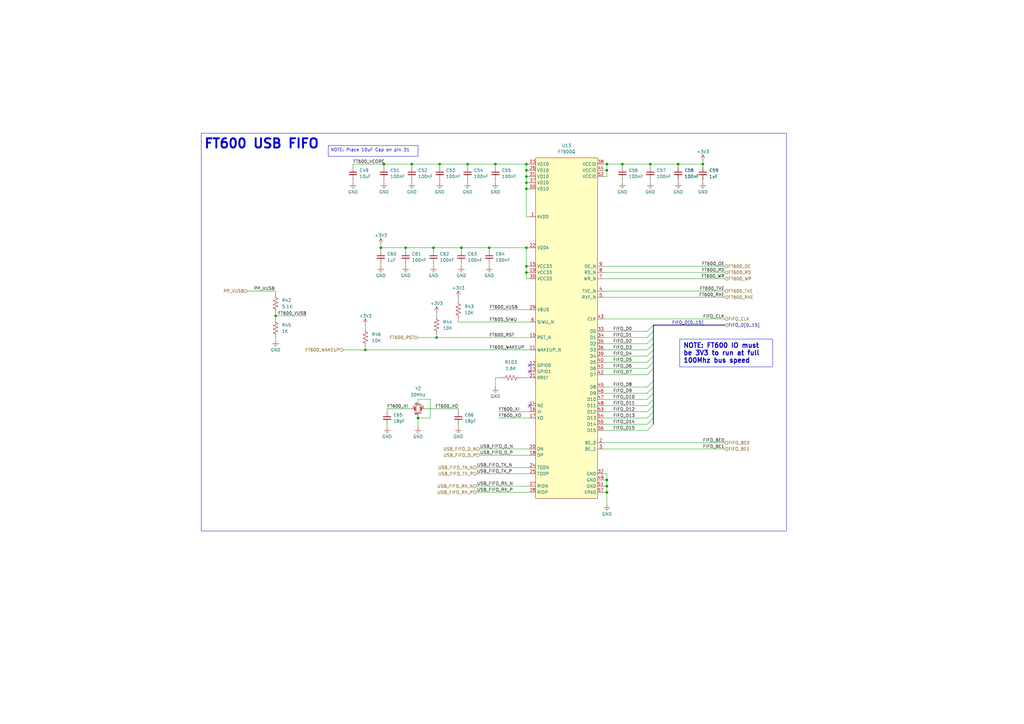
<source format=kicad_sch>
(kicad_sch (version 20231120) (generator "eeschema") (generator_version "8.0")
  (paper "A3")
  (title_block (title "USB-FIFO") (date "2024-07-14") (rev "1.0") (company "Drexel University") (comment 1 "Designed by John Hofmeyr"))
  (lib_symbols
    (symbol "Device:C_Small" (pin_numbers hide) (pin_names (offset 0.254) hide)
      (property "Reference" "C" (at 0.254 1.778 0))
      (property "Value" "C_Small" (at 0.254 -2.032 0))
      (symbol "C_Small_0_1"
        (polyline (pts (xy -1.524 -0.508) (xy 1.524 -0.508)) (stroke (width 0.3302)))
        (polyline (pts (xy -1.524 0.508) (xy 1.524 0.508)) (stroke (width 0.3048)))
      )
      (symbol "C_Small_1_1"
        (pin passive line (at 0 2.54 270) (length 2.032) (name "~") (number "1"))
        (pin passive line (at 0 -2.54 90) (length 2.032) (name "~") (number "2"))
      )
    )
    (symbol "Device:Crystal_GND24_Small" (pin_names (offset 1.016) hide)
      (property "Reference" "Y" (at 1.27 4.445 0))
      (property "Value" "Crystal_GND24_Small" (at 1.27 2.54 0))
      (symbol "Crystal_GND24_Small_0_1"
        (rectangle (start -0.762 -1.524) (end 0.762 1.524))
        (polyline (pts (xy -1.27 -0.762) (xy -1.27 0.762)) (stroke (width 0.381)))
        (polyline (pts (xy 1.27 -0.762) (xy 1.27 0.762)) (stroke (width 0.381)))
        (polyline (pts (xy -1.27 -1.27) (xy -1.27 -1.905) (xy 1.27 -1.905) (xy 1.27 -1.27)))
        (polyline (pts (xy -1.27 1.27) (xy -1.27 1.905) (xy 1.27 1.905) (xy 1.27 1.27)))
      )
      (symbol "Crystal_GND24_Small_1_1"
        (pin passive line (at -2.54 0 0) (length 1.27) (name "1") (number "1"))
        (pin passive line (at 0 -2.54 90) (length 0.635) (name "2") (number "2"))
        (pin passive line (at 2.54 0 180) (length 1.27) (name "3") (number "3"))
        (pin passive line (at 0 2.54 270) (length 0.635) (name "4") (number "4"))
      )
    )
    (symbol "Device:R_US" (pin_numbers hide) (pin_names (offset 0))
      (property "Reference" "R" (at 2.54 0 90))
      (property "Value" "R_US" (at -2.54 0 90))
      (symbol "R_US_0_1"
        (polyline (pts (xy 0 -2.286) (xy 0 -2.54)))
        (polyline (pts (xy 0 2.286) (xy 0 2.54)))
        (polyline (pts (xy 0 -0.762) (xy 1.016 -1.143) (xy 0 -1.524) (xy -1.016 -1.905) (xy 0 -2.286)))
        (polyline (pts (xy 0 0.762) (xy 1.016 0.381) (xy 0 0) (xy -1.016 -0.381) (xy 0 -0.762)))
        (polyline (pts (xy 0 2.286) (xy 1.016 1.905) (xy 0 1.524) (xy -1.016 1.143) (xy 0 0.762)))
      )
      (symbol "R_US_1_1"
        (pin passive line (at 0 3.81 270) (length 1.27) (name "~") (number "1"))
        (pin passive line (at 0 -3.81 90) (length 1.27) (name "~") (number "2"))
      )
    )
    (symbol "IO_Module:FT600Q"
      (property "Reference" "U" (at 12.7 3.81 0))
      (property "Value" "FT600Q" (at 12.7 1.27 0))
      (symbol "FT600Q_1_1"
        (rectangle (start 0 0) (end 25.4 -139.7) (fill (type background)))
        (pin passive line (at -2.54 -24.13 0) (length 2.54) (name "AVDD") (number "1"))
        (pin passive line (at -2.54 -73.66 0) (length 2.54) (name "RST_N") (number "10"))
        (pin passive line (at -2.54 -78.74 0) (length 2.54) (name "WAKEUP_N") (number "11"))
        (pin passive line (at -2.54 -85.09 0) (length 2.54) (name "GPIO0") (number "12"))
        (pin passive line (at -2.54 -87.63 0) (length 2.54) (name "GPIO1") (number "13"))
        (pin passive line (at -2.54 -101.6 0) (length 2.54) (name "NC") (number "14"))
        (pin passive line (at -2.54 -44.45 0) (length 2.54) (name "VCC33") (number "15"))
        (pin passive line (at -2.54 -104.14 0) (length 2.54) (name "XI") (number "16"))
        (pin passive line (at -2.54 -106.68 0) (length 2.54) (name "XO") (number "17"))
        (pin passive line (at -2.54 -121.92 0) (length 2.54) (name "DP") (number "18"))
        (pin passive line (at -2.54 -46.99 0) (length 2.54) (name "VCC33") (number "19"))
        (pin passive line (at 27.94 -116.84 180) (length 2.54) (name "BE_0") (number "2"))
        (pin passive line (at -2.54 -119.38 0) (length 2.54) (name "DN") (number "20"))
        (pin passive line (at -2.54 -90.17 0) (length 2.54) (name "RREF") (number "21"))
        (pin passive line (at -2.54 -36.83 0) (length 2.54) (name "VDDA") (number "22"))
        (pin passive line (at -2.54 -2.54 0) (length 2.54) (name "VD10") (number "23"))
        (pin passive line (at -2.54 -127 0) (length 2.54) (name "TODN") (number "24"))
        (pin passive line (at -2.54 -129.54 0) (length 2.54) (name "TODP") (number "25"))
        (pin passive line (at -2.54 -5.08 0) (length 2.54) (name "VD10") (number "26"))
        (pin passive line (at -2.54 -134.62 0) (length 2.54) (name "RIDN") (number "27"))
        (pin passive line (at -2.54 -137.16 0) (length 2.54) (name "RIDP") (number "28"))
        (pin passive line (at -2.54 -62.23 0) (length 2.54) (name "VBUS") (number "29"))
        (pin passive line (at 27.94 -119.38 180) (length 2.54) (name "BE_1") (number "3"))
        (pin passive line (at -2.54 -49.53 0) (length 2.54) (name "VCC33") (number "30"))
        (pin passive line (at -2.54 -7.62 0) (length 2.54) (name "VD10") (number "31"))
        (pin passive line (at 27.94 -129.54 180) (length 2.54) (name "GND") (number "32"))
        (pin passive line (at 27.94 -71.12 180) (length 2.54) (name "D0") (number "33"))
        (pin passive line (at 27.94 -73.66 180) (length 2.54) (name "D1") (number "34"))
        (pin passive line (at 27.94 -76.2 180) (length 2.54) (name "D2") (number "35"))
        (pin passive line (at 27.94 -78.74 180) (length 2.54) (name "D3") (number "36"))
        (pin passive line (at -2.54 -10.16 0) (length 2.54) (name "VD10") (number "37"))
        (pin passive line (at 27.94 -2.54 180) (length 2.54) (name "VCCIO") (number "38"))
        (pin passive line (at 27.94 -81.28 180) (length 2.54) (name "D4") (number "39"))
        (pin passive line (at 27.94 -54.61 180) (length 2.54) (name "TXE_N") (number "4"))
        (pin passive line (at 27.94 -83.82 180) (length 2.54) (name "D5") (number "40"))
        (pin passive line (at 27.94 -86.36 180) (length 2.54) (name "D6") (number "41"))
        (pin passive line (at 27.94 -88.9 180) (length 2.54) (name "D7") (number "42"))
        (pin passive line (at 27.94 -66.04 180) (length 2.54) (name "CLK") (number "43"))
        (pin passive line (at 27.94 -5.08 180) (length 2.54) (name "VCCIO") (number "44"))
        (pin passive line (at 27.94 -93.98 180) (length 2.54) (name "D8") (number "45"))
        (pin passive line (at 27.94 -96.52 180) (length 2.54) (name "D9") (number "46"))
        (pin passive line (at 27.94 -99.06 180) (length 2.54) (name "D10") (number "47"))
        (pin passive line (at 27.94 -101.6 180) (length 2.54) (name "D11") (number "48"))
        (pin passive line (at 27.94 -132.08 180) (length 2.54) (name "GND") (number "49"))
        (pin passive line (at 27.94 -57.15 180) (length 2.54) (name "RXF_N") (number "5"))
        (pin passive line (at -2.54 -12.7 0) (length 2.54) (name "VD10") (number "50"))
        (pin passive line (at 27.94 -134.62 180) (length 2.54) (name "GND") (number "51"))
        (pin passive line (at 27.94 -7.62 180) (length 2.54) (name "VCCIO") (number "52"))
        (pin passive line (at 27.94 -104.14 180) (length 2.54) (name "D12") (number "53"))
        (pin passive line (at 27.94 -106.68 180) (length 2.54) (name "D13") (number "54"))
        (pin passive line (at 27.94 -109.22 180) (length 2.54) (name "D14") (number "55"))
        (pin passive line (at 27.94 -111.76 180) (length 2.54) (name "D15") (number "56"))
        (pin passive line (at 27.94 -137.16 180) (length 2.54) (name "EPAD") (number "57"))
        (pin passive line (at -2.54 -67.31 0) (length 2.54) (name "SIWU_N") (number "6"))
        (pin passive line (at 27.94 -49.53 180) (length 2.54) (name "WR_N") (number "7"))
        (pin passive line (at 27.94 -46.99 180) (length 2.54) (name "RD_N") (number "8"))
        (pin passive line (at 27.94 -44.45 180) (length 2.54) (name "OE_N") (number "9"))
      )
    )
    (symbol "power:+3V3" (power) (pin_numbers hide) (pin_names (offset 0) hide)
      (property "Value" "+3V3" (at 0 3.556 0))
      (symbol "+3V3_0_1"
        (polyline (pts (xy -0.762 1.27) (xy 0 2.54)))
        (polyline (pts (xy 0 0) (xy 0 2.54)))
        (polyline (pts (xy 0 2.54) (xy 0.762 1.27)))
      )
      (symbol "+3V3_1_1"
        (pin power_in line (at 0 0 90) (length 0) (name "~") (number "1"))
      )
    )
    (symbol "power:GND" (power) (pin_numbers hide) (pin_names (offset 0) hide)
      (property "Value" "GND" (at 0 -3.81 0))
      (symbol "GND_0_1"
        (polyline (pts (xy -0.635 -1.905) (xy 0.635 -1.905)))
        (polyline (pts (xy -0.127 -2.54) (xy 0.127 -2.54)))
        (polyline (pts (xy 0 -1.27) (xy 0 0)))
        (polyline (pts (xy 1.27 -1.27) (xy -1.27 -1.27)))
      )
      (symbol "GND_1_1"
        (pin power_in line (at 0 0 270) (length 0) (name "~") (number "1"))
      )
    )
  )
  (junction (at 191.77 67.31))
  (junction (at 166.37 101.6))
  (junction (at 113.03 129.54))
  (junction (at 215.9 77.47))
  (junction (at 248.92 196.85))
  (junction (at 215.9 69.85))
  (junction (at 215.9 74.93))
  (junction (at 288.29 67.31))
  (junction (at 215.9 67.31))
  (junction (at 168.91 67.31))
  (junction (at 248.92 69.85))
  (junction (at 157.48 67.31))
  (junction (at 248.92 201.93))
  (junction (at 215.9 111.76))
  (junction (at 179.07 138.43))
  (junction (at 248.92 199.39))
  (junction (at 180.34 67.31))
  (junction (at 215.9 72.39))
  (junction (at 278.13 67.31))
  (junction (at 203.2 67.31))
  (junction (at 248.92 67.31))
  (junction (at 215.9 109.22))
  (junction (at 266.7 67.31))
  (junction (at 255.27 67.31))
  (junction (at 200.66 101.6))
  (junction (at 171.45 171.45))
  (junction (at 156.21 101.6))
  (junction (at 149.86 143.51))
  (junction (at 215.9 101.6))
  (junction (at 189.23 101.6))
  (junction (at 177.8 101.6))
  (no_connect (at 217.17 149.86))
  (no_connect (at 217.17 166.37))
  (no_connect (at 217.17 152.4))
  (bus_entry (at 265.43 135.89) (size 2.54 -2.54))
  (bus_entry (at 265.43 146.05) (size 2.54 -2.54))
  (bus_entry (at 265.43 138.43) (size 2.54 -2.54))
  (bus_entry (at 265.43 166.37) (size 2.54 -2.54))
  (bus_entry (at 265.43 158.75) (size 2.54 -2.54))
  (bus_entry (at 265.43 143.51) (size 2.54 -2.54))
  (bus_entry (at 265.43 176.53) (size 2.54 -2.54))
  (bus_entry (at 265.43 148.59) (size 2.54 -2.54))
  (bus_entry (at 265.43 161.29) (size 2.54 -2.54))
  (bus_entry (at 265.43 153.67) (size 2.54 -2.54))
  (bus_entry (at 265.43 151.13) (size 2.54 -2.54))
  (bus_entry (at 265.43 168.91) (size 2.54 -2.54))
  (bus_entry (at 265.43 140.97) (size 2.54 -2.54))
  (bus_entry (at 265.43 171.45) (size 2.54 -2.54))
  (bus_entry (at 265.43 173.99) (size 2.54 -2.54))
  (bus_entry (at 265.43 163.83) (size 2.54 -2.54))
  (wire (pts (xy 248.92 201.93) (xy 247.65 201.93)))
  (bus (pts (xy 267.97 148.59) (xy 267.97 146.05)))
  (wire (pts (xy 247.65 176.53) (xy 265.43 176.53)))
  (wire (pts (xy 158.75 173.99) (xy 158.75 175.26)))
  (wire (pts (xy 247.65 119.38) (xy 297.18 119.38)))
  (wire (pts (xy 215.9 109.22) (xy 215.9 111.76)))
  (wire (pts (xy 187.96 132.08) (xy 217.17 132.08)))
  (bus (pts (xy 267.97 161.29) (xy 267.97 158.75)))
  (wire (pts (xy 255.27 73.66) (xy 255.27 74.93)))
  (wire (pts (xy 191.77 67.31) (xy 203.2 67.31)))
  (wire (pts (xy 177.8 101.6) (xy 189.23 101.6)))
  (wire (pts (xy 171.45 165.1) (xy 171.45 163.83)))
  (bus (pts (xy 267.97 173.99) (xy 267.97 171.45)))
  (wire (pts (xy 158.75 167.64) (xy 168.91 167.64)))
  (wire (pts (xy 180.34 73.66) (xy 180.34 74.93)))
  (wire (pts (xy 113.03 138.43) (xy 113.03 139.7)))
  (wire (pts (xy 203.2 154.94) (xy 203.2 158.75)))
  (wire (pts (xy 200.66 127) (xy 217.17 127)))
  (wire (pts (xy 171.45 163.83) (xy 176.53 163.83)))
  (wire (pts (xy 215.9 111.76) (xy 215.9 114.3)))
  (wire (pts (xy 179.07 128.27) (xy 179.07 129.54)))
  (wire (pts (xy 247.65 130.81) (xy 297.18 130.81)))
  (wire (pts (xy 179.07 138.43) (xy 217.17 138.43)))
  (wire (pts (xy 101.6 119.38) (xy 113.03 119.38)))
  (wire (pts (xy 168.91 73.66) (xy 168.91 74.93)))
  (wire (pts (xy 187.96 121.92) (xy 187.96 123.19)))
  (wire (pts (xy 266.7 73.66) (xy 266.7 74.93)))
  (wire (pts (xy 247.65 158.75) (xy 265.43 158.75)))
  (wire (pts (xy 248.92 199.39) (xy 247.65 199.39)))
  (wire (pts (xy 278.13 73.66) (xy 278.13 74.93)))
  (wire (pts (xy 247.65 121.92) (xy 297.18 121.92)))
  (bus (pts (xy 267.97 146.05) (xy 267.97 143.51)))
  (wire (pts (xy 203.2 68.58) (xy 203.2 67.31)))
  (wire (pts (xy 247.65 140.97) (xy 265.43 140.97)))
  (bus (pts (xy 267.97 143.51) (xy 267.97 140.97)))
  (wire (pts (xy 266.7 67.31) (xy 278.13 67.31)))
  (wire (pts (xy 168.91 67.31) (xy 180.34 67.31)))
  (wire (pts (xy 149.86 143.51) (xy 217.17 143.51)))
  (wire (pts (xy 247.65 151.13) (xy 265.43 151.13)))
  (bus (pts (xy 267.97 135.89) (xy 267.97 133.35)))
  (wire (pts (xy 247.65 146.05) (xy 265.43 146.05)))
  (wire (pts (xy 217.17 88.9) (xy 215.9 88.9)))
  (wire (pts (xy 149.86 133.35) (xy 149.86 134.62)))
  (wire (pts (xy 157.48 67.31) (xy 168.91 67.31)))
  (wire (pts (xy 248.92 199.39) (xy 248.92 201.93)))
  (wire (pts (xy 247.65 138.43) (xy 265.43 138.43)))
  (wire (pts (xy 168.91 68.58) (xy 168.91 67.31)))
  (wire (pts (xy 195.58 199.39) (xy 217.17 199.39)))
  (wire (pts (xy 113.03 129.54) (xy 125.73 129.54)))
  (wire (pts (xy 113.03 129.54) (xy 113.03 130.81)))
  (wire (pts (xy 215.9 74.93) (xy 215.9 77.47)))
  (wire (pts (xy 187.96 167.64) (xy 187.96 168.91)))
  (wire (pts (xy 179.07 138.43) (xy 179.07 137.16)))
  (bus (pts (xy 267.97 163.83) (xy 267.97 161.29)))
  (wire (pts (xy 215.9 72.39) (xy 215.9 74.93)))
  (wire (pts (xy 278.13 67.31) (xy 288.29 67.31)))
  (wire (pts (xy 113.03 120.65) (xy 113.03 119.38)))
  (wire (pts (xy 248.92 67.31) (xy 255.27 67.31)))
  (wire (pts (xy 247.65 184.15) (xy 297.18 184.15)))
  (wire (pts (xy 156.21 100.33) (xy 156.21 101.6)))
  (bus (pts (xy 267.97 138.43) (xy 267.97 135.89)))
  (wire (pts (xy 189.23 101.6) (xy 200.66 101.6)))
  (wire (pts (xy 288.29 68.58) (xy 288.29 67.31)))
  (wire (pts (xy 187.96 173.99) (xy 187.96 175.26)))
  (wire (pts (xy 248.92 72.39) (xy 247.65 72.39)))
  (wire (pts (xy 247.65 171.45) (xy 265.43 171.45)))
  (wire (pts (xy 288.29 73.66) (xy 288.29 74.93)))
  (wire (pts (xy 215.9 109.22) (xy 215.9 101.6)))
  (wire (pts (xy 278.13 68.58) (xy 278.13 67.31)))
  (wire (pts (xy 177.8 102.87) (xy 177.8 101.6)))
  (wire (pts (xy 217.17 184.15) (xy 196.85 184.15)))
  (wire (pts (xy 247.65 143.51) (xy 265.43 143.51)))
  (wire (pts (xy 144.78 67.31) (xy 157.48 67.31)))
  (wire (pts (xy 204.47 171.45) (xy 217.17 171.45)))
  (wire (pts (xy 203.2 67.31) (xy 215.9 67.31)))
  (wire (pts (xy 200.66 107.95) (xy 200.66 109.22)))
  (wire (pts (xy 247.65 148.59) (xy 265.43 148.59)))
  (wire (pts (xy 288.29 66.04) (xy 288.29 67.31)))
  (wire (pts (xy 166.37 107.95) (xy 166.37 109.22)))
  (wire (pts (xy 187.96 132.08) (xy 187.96 130.81)))
  (bus (pts (xy 267.97 156.21) (xy 267.97 151.13)))
  (wire (pts (xy 248.92 196.85) (xy 247.65 196.85)))
  (wire (pts (xy 248.92 69.85) (xy 248.92 72.39)))
  (bus (pts (xy 267.97 151.13) (xy 267.97 148.59)))
  (wire (pts (xy 215.9 69.85) (xy 217.17 69.85)))
  (wire (pts (xy 166.37 101.6) (xy 177.8 101.6)))
  (wire (pts (xy 215.9 88.9) (xy 215.9 77.47)))
  (bus (pts (xy 267.97 133.35) (xy 297.18 133.35)))
  (wire (pts (xy 247.65 173.99) (xy 265.43 173.99)))
  (wire (pts (xy 157.48 68.58) (xy 157.48 67.31)))
  (wire (pts (xy 158.75 167.64) (xy 158.75 168.91)))
  (wire (pts (xy 173.99 167.64) (xy 187.96 167.64)))
  (wire (pts (xy 247.65 153.67) (xy 265.43 153.67)))
  (wire (pts (xy 247.65 109.22) (xy 297.18 109.22)))
  (wire (pts (xy 247.65 114.3) (xy 297.18 114.3)))
  (wire (pts (xy 166.37 102.87) (xy 166.37 101.6)))
  (wire (pts (xy 247.65 181.61) (xy 297.18 181.61)))
  (wire (pts (xy 247.65 135.89) (xy 265.43 135.89)))
  (wire (pts (xy 171.45 171.45) (xy 171.45 170.18)))
  (wire (pts (xy 140.97 143.51) (xy 149.86 143.51)))
  (wire (pts (xy 215.9 77.47) (xy 217.17 77.47)))
  (wire (pts (xy 171.45 138.43) (xy 179.07 138.43)))
  (wire (pts (xy 248.92 67.31) (xy 247.65 67.31)))
  (wire (pts (xy 248.92 201.93) (xy 248.92 207.01)))
  (bus (pts (xy 267.97 140.97) (xy 267.97 138.43)))
  (wire (pts (xy 144.78 73.66) (xy 144.78 74.93)))
  (wire (pts (xy 248.92 194.31) (xy 248.92 196.85)))
  (wire (pts (xy 180.34 68.58) (xy 180.34 67.31)))
  (wire (pts (xy 156.21 107.95) (xy 156.21 109.22)))
  (wire (pts (xy 149.86 143.51) (xy 149.86 142.24)))
  (wire (pts (xy 144.78 68.58) (xy 144.78 67.31)))
  (wire (pts (xy 191.77 68.58) (xy 191.77 67.31)))
  (wire (pts (xy 215.9 74.93) (xy 217.17 74.93)))
  (wire (pts (xy 255.27 67.31) (xy 266.7 67.31)))
  (wire (pts (xy 157.48 73.66) (xy 157.48 74.93)))
  (wire (pts (xy 176.53 171.45) (xy 171.45 171.45)))
  (wire (pts (xy 156.21 101.6) (xy 166.37 101.6)))
  (wire (pts (xy 171.45 171.45) (xy 171.45 175.26)))
  (wire (pts (xy 189.23 107.95) (xy 189.23 109.22)))
  (wire (pts (xy 247.65 161.29) (xy 265.43 161.29)))
  (wire (pts (xy 215.9 67.31) (xy 215.9 69.85)))
  (wire (pts (xy 176.53 163.83) (xy 176.53 171.45)))
  (wire (pts (xy 248.92 196.85) (xy 248.92 199.39)))
  (wire (pts (xy 266.7 68.58) (xy 266.7 67.31)))
  (bus (pts (xy 267.97 166.37) (xy 267.97 163.83)))
  (bus (pts (xy 267.97 158.75) (xy 267.97 156.21)))
  (wire (pts (xy 200.66 102.87) (xy 200.66 101.6)))
  (wire (pts (xy 215.9 69.85) (xy 215.9 72.39)))
  (wire (pts (xy 215.9 67.31) (xy 217.17 67.31)))
  (wire (pts (xy 215.9 101.6) (xy 217.17 101.6)))
  (wire (pts (xy 247.65 111.76) (xy 297.18 111.76)))
  (wire (pts (xy 217.17 194.31) (xy 195.58 194.31)))
  (wire (pts (xy 215.9 111.76) (xy 217.17 111.76)))
  (wire (pts (xy 213.36 154.94) (xy 217.17 154.94)))
  (wire (pts (xy 180.34 67.31) (xy 191.77 67.31)))
  (wire (pts (xy 248.92 67.31) (xy 248.92 69.85)))
  (wire (pts (xy 156.21 102.87) (xy 156.21 101.6)))
  (wire (pts (xy 215.9 114.3) (xy 217.17 114.3)))
  (bus (pts (xy 267.97 168.91) (xy 267.97 166.37)))
  (wire (pts (xy 215.9 72.39) (xy 217.17 72.39)))
  (wire (pts (xy 195.58 201.93) (xy 217.17 201.93)))
  (wire (pts (xy 247.65 168.91) (xy 265.43 168.91)))
  (wire (pts (xy 248.92 194.31) (xy 247.65 194.31)))
  (bus (pts (xy 267.97 171.45) (xy 267.97 168.91)))
  (wire (pts (xy 217.17 186.69) (xy 196.85 186.69)))
  (wire (pts (xy 247.65 163.83) (xy 265.43 163.83)))
  (wire (pts (xy 177.8 107.95) (xy 177.8 109.22)))
  (wire (pts (xy 191.77 73.66) (xy 191.77 74.93)))
  (wire (pts (xy 217.17 191.77) (xy 195.58 191.77)))
  (wire (pts (xy 113.03 128.27) (xy 113.03 129.54)))
  (wire (pts (xy 247.65 166.37) (xy 265.43 166.37)))
  (wire (pts (xy 205.74 154.94) (xy 203.2 154.94)))
  (wire (pts (xy 189.23 102.87) (xy 189.23 101.6)))
  (wire (pts (xy 248.92 69.85) (xy 247.65 69.85)))
  (wire (pts (xy 215.9 109.22) (xy 217.17 109.22)))
  (wire (pts (xy 255.27 68.58) (xy 255.27 67.31)))
  (wire (pts (xy 200.66 101.6) (xy 215.9 101.6)))
  (wire (pts (xy 203.2 73.66) (xy 203.2 74.93)))
  (wire (pts (xy 204.47 168.91) (xy 217.17 168.91)))
  (rectangle (start 82.55 54.61) (end 322.58 217.805))
  (text_box "NOTE: Place 10uF Cap on pin 31" (at 134.62 59.69 0) (size 36.83 4.445) (effects (font (size 1.27 1.27)) (justify left top)))
  (text_box "NOTE: FT600 IO must be 3V3 to run at full 100Mhz bus speed" (at 278.765 139.065 0) (size 38.1 11.43) (effects (font (size 1.905 1.905) (bold yes)) (justify left top)))
  (text "FT600 USB FIFO" (at 107.315 59.055 0) (effects (font (size 3.81 3.81) (bold yes))))
  (label "FT600_RD" (at 297.18 111.76 180))
  (label "FIFO_CLK" (at 297.18 130.81 180))
  (label "FIFO_BE1" (at 297.18 184.15 180))
  (label "USB_FIFO_TX_N" (at 195.58 191.77 0))
  (label "FIFO_D12" (at 251.46 168.91 0))
  (label "FT600_OE" (at 297.18 109.22 180))
  (label "USB_FIFO_D_P" (at 196.85 186.69 0))
  (label "USB_FIFO_D_N" (at 196.85 184.15 0))
  (label "FIFO_D1" (at 251.46 138.43 0))
  (label "FIFO_D7" (at 251.46 153.67 0))
  (label "FIFO_D14" (at 251.46 173.99 0))
  (label "FT600_VUSB" (at 200.66 127 0))
  (label "FIFO_D2" (at 251.46 140.97 0))
  (label "FT600_RXE" (at 297.18 121.92 180))
  (label "FT600_XO" (at 187.96 167.64 180))
  (label "FIFO_D15" (at 251.46 176.53 0))
  (label "FIFO_D11" (at 251.46 166.37 0))
  (label "FT600_XI" (at 204.47 168.91 0))
  (label "USB_FIFO_RX_N" (at 195.58 199.39 0))
  (label "FIFO_D8" (at 251.46 158.75 0))
  (label "FIFO_D3" (at 251.46 143.51 0))
  (label "PP_VUSB" (at 104.14 119.38 0))
  (label "FIFO_D0" (at 251.46 135.89 0))
  (label "FT600_RST" (at 200.66 138.43 0))
  (label "FT600_XO" (at 204.47 171.45 0))
  (label "FIFO_D10" (at 251.46 163.83 0))
  (label "FIFO_D6" (at 251.46 151.13 0))
  (label "FIFO_D4" (at 251.46 146.05 0))
  (label "USB_FIFO_RX_P" (at 195.58 201.93 0))
  (label "FIFO_D9" (at 251.46 161.29 0))
  (label "FIFO_D13" (at 251.46 171.45 0))
  (label "FT600_SIWU" (at 200.66 132.08 0))
  (label "FIFO_D[0..15]" (at 275.59 133.35 0))
  (label "FIFO_BE0" (at 297.18 181.61 180))
  (label "FT600_XI" (at 158.75 167.64 0))
  (label "FIFO_D5" (at 251.46 148.59 0))
  (label "FT600_WAKEUP" (at 200.66 143.51 0))
  (label "FT600_WR" (at 297.18 114.3 180))
  (label "FT600_TXE" (at 297.18 119.38 180))
  (label "USB_FIFO_TX_P" (at 195.58 194.31 0))
  (label "FT600_VUSB" (at 125.73 129.54 180))
  (label "FT600_VCORE" (at 144.78 67.31 0))
  (hierarchical_label "FT600_WR" (shape input) (at 297.18 114.3 0))
  (hierarchical_label "USB_FIFO_RX_N" (shape input) (at 195.58 199.39 180))
  (hierarchical_label "FIFO_BE0" (shape input) (at 297.18 181.61 0))
  (hierarchical_label "FT600_RXE" (shape input) (at 297.18 121.92 0))
  (hierarchical_label "FIFO_D[0..15]" (shape input) (at 297.18 133.35 0))
  (hierarchical_label "FIFO_CLK" (shape input) (at 297.18 130.81 0))
  (hierarchical_label "FT600_WAKEUP" (shape input) (at 140.97 143.51 180))
  (hierarchical_label "PP_VUSB" (shape input) (at 101.6 119.38 180))
  (hierarchical_label "USB_FIFO_RX_P" (shape input) (at 195.58 201.93 180))
  (hierarchical_label "FIFO_BE1" (shape input) (at 297.18 184.15 0))
  (hierarchical_label "USB_FIFO_TX_P" (shape input) (at 195.58 194.31 180))
  (hierarchical_label "USB_FIFO_TX_N" (shape input) (at 195.58 191.77 180))
  (hierarchical_label "USB_FIFO_D_P" (shape input) (at 196.85 186.69 180))
  (hierarchical_label "USB_FIFO_D_N" (shape input) (at 196.85 184.15 180))
  (hierarchical_label "FT600_RD" (shape input) (at 297.18 111.76 0))
  (hierarchical_label "FT600_TXE" (shape input) (at 297.18 119.38 0))
  (hierarchical_label "FT600_RST" (shape input) (at 171.45 138.43 180))
  (hierarchical_label "FT600_OE" (shape input) (at 297.18 109.22 0))
  (symbol (lib_id "Device:R_US") (at 179.07 133.35 180) (unit 1)
    (property "Reference" "R44" (at 181.61 132.0799 0) (effects (justify right)))
    (property "Value" "10K" (at 181.61 134.6199 0) (effects (justify right)))
    (property "Footprint" "Resistor_SMD:R_0201_0603Metric" (effects (hide yes)))
    (property "Description" "Resistor, US symbol" (effects (hide yes)))
  )
  (symbol (lib_id "Device:C_Small") (at 191.77 71.12 0) (unit 1)
    (property "Reference" "C54" (at 194.31 69.8562 0) (effects (justify left)))
    (property "Value" "100nF" (at 194.31 72.3962 0) (effects (justify left)))
    (property "Footprint" "Capacitor_SMD:C_0201_0603Metric" (effects (hide yes)))
    (property "Description" "Unpolarized capacitor, small symbol" (effects (hide yes)))
  )
  (symbol (lib_id "Device:C_Small") (at 278.13 71.12 0) (unit 1)
    (property "Reference" "C58" (at 280.67 69.8562 0) (effects (justify left)))
    (property "Value" "100nF" (at 280.67 72.3962 0) (effects (justify left)))
    (property "Footprint" "Capacitor_SMD:C_0201_0603Metric" (effects (hide yes)))
    (property "Description" "Unpolarized capacitor, small symbol" (effects (hide yes)))
  )
  (symbol (lib_id "power:GND") (at 255.27 74.93 0) (mirror y) (unit 1)
    (property "Reference" "#PWR0122" (effects (hide yes)))
    (property "Value" "GND" (at 255.27 78.74 0))
    (property "Description" "Power symbol creates a global label with name \"GND\" , ground" (effects (hide yes)))
  )
  (symbol (lib_id "power:GND") (at 180.34 74.93 0) (unit 1)
    (property "Reference" "#PWR0119" (effects (hide yes)))
    (property "Value" "GND" (at 180.34 78.74 0))
    (property "Description" "Power symbol creates a global label with name \"GND\" , ground" (effects (hide yes)))
  )
  (symbol (lib_id "Device:C_Small") (at 168.91 71.12 0) (unit 1)
    (property "Reference" "C52" (at 171.45 69.8562 0) (effects (justify left)))
    (property "Value" "100nF" (at 171.45 72.3962 0) (effects (justify left)))
    (property "Footprint" "Capacitor_SMD:C_0201_0603Metric" (effects (hide yes)))
    (property "Description" "Unpolarized capacitor, small symbol" (effects (hide yes)))
  )
  (symbol (lib_id "Device:Crystal_GND24_Small") (at 171.45 167.64 0) (unit 1)
    (property "Reference" "Y2" (at 171.45 159.385 0))
    (property "Value" "30Mhz" (at 171.45 161.925 0))
    (property "Footprint" "Oscillator:Oscillator_SMD_Abracon_ASE-4Pin_3.2x2.5mm" (effects (hide yes)))
    (property "Datasheet" "https://abracon.com/Resonators/ABM8G.pdf" (effects (hide yes)))
    (property "Description" "Four pin crystal, GND on pins 2 and 4, small symbol" (effects (hide yes)))
  )
  (symbol (lib_id "Device:C_Small") (at 177.8 105.41 0) (unit 1)
    (property "Reference" "C62" (at 180.34 104.1462 0) (effects (justify left)))
    (property "Value" "100nF" (at 180.34 106.6862 0) (effects (justify left)))
    (property "Footprint" "Capacitor_SMD:C_0201_0603Metric" (effects (hide yes)))
    (property "Description" "Unpolarized capacitor, small symbol" (effects (hide yes)))
  )
  (symbol (lib_id "power:GND") (at 248.92 207.01 0) (unit 1)
    (property "Reference" "#PWR0139" (effects (hide yes)))
    (property "Value" "GND" (at 248.92 210.82 0))
    (property "Description" "Power symbol creates a global label with name \"GND\" , ground" (effects (hide yes)))
  )
  (symbol (lib_id "Device:C_Small") (at 200.66 105.41 0) (unit 1)
    (property "Reference" "C64" (at 203.2 104.1462 0) (effects (justify left)))
    (property "Value" "100nF" (at 203.2 106.6862 0) (effects (justify left)))
    (property "Footprint" "Capacitor_SMD:C_0201_0603Metric" (effects (hide yes)))
    (property "Description" "Unpolarized capacitor, small symbol" (effects (hide yes)))
  )
  (symbol (lib_id "power:GND") (at 156.21 109.22 0) (unit 1)
    (property "Reference" "#PWR0127" (effects (hide yes)))
    (property "Value" "GND" (at 156.21 113.03 0))
    (property "Description" "Power symbol creates a global label with name \"GND\" , ground" (effects (hide yes)))
  )
  (symbol (lib_id "IO_Module:FT600Q") (at 219.71 64.77 0) (unit 1)
    (property "Reference" "U13" (at 232.41 59.69 0))
    (property "Value" "FT600Q" (at 232.41 62.23 0))
    (property "Footprint" "Package_DFN_QFN:QFN-56-1EP_7x7mm_P0.4mm_EP4x4mm" (effects (hide yes)))
    (property "Datasheet" "https://ftdichip.com/wp-content/uploads/2020/07/DS_FT600Q-FT601Q-IC-Datasheet.pdf" (effects (hide yes)))
  )
  (symbol (lib_id "power:+3V3") (at 149.86 133.35 0) (unit 1)
    (property "Reference" "#PWR0134" (effects (hide yes)))
    (property "Value" "+3V3" (at 149.86 129.54 0))
    (property "Description" "Power symbol creates a global label with name \"+3V3\"" (effects (hide yes)))
  )
  (symbol (lib_id "power:GND") (at 203.2 74.93 0) (unit 1)
    (property "Reference" "#PWR0121" (effects (hide yes)))
    (property "Value" "GND" (at 203.2 78.74 0))
    (property "Description" "Power symbol creates a global label with name \"GND\" , ground" (effects (hide yes)))
  )
  (symbol (lib_id "Device:C_Small") (at 156.21 105.41 0) (unit 1)
    (property "Reference" "C60" (at 158.75 104.1462 0) (effects (justify left)))
    (property "Value" "1uF" (at 158.75 106.6862 0) (effects (justify left)))
    (property "Footprint" "Capacitor_SMD:C_0201_0603Metric" (effects (hide yes)))
    (property "Description" "Unpolarized capacitor, small symbol" (effects (hide yes)))
  )
  (symbol (lib_id "power:GND") (at 158.75 175.26 0) (unit 1)
    (property "Reference" "#PWR0136" (effects (hide yes)))
    (property "Value" "GND" (at 158.75 179.07 0))
    (property "Description" "Power symbol creates a global label with name \"GND\" , ground" (effects (hide yes)))
  )
  (symbol (lib_id "power:GND") (at 144.78 74.93 0) (unit 1)
    (property "Reference" "#PWR0115" (effects (hide yes)))
    (property "Value" "GND" (at 144.78 78.74 0))
    (property "Description" "Power symbol creates a global label with name \"GND\" , ground" (effects (hide yes)))
  )
  (symbol (lib_id "power:GND") (at 189.23 109.22 0) (unit 1)
    (property "Reference" "#PWR0130" (effects (hide yes)))
    (property "Value" "GND" (at 189.23 113.03 0))
    (property "Description" "Power symbol creates a global label with name \"GND\" , ground" (effects (hide yes)))
  )
  (symbol (lib_id "Device:C_Small") (at 187.96 171.45 0) (unit 1)
    (property "Reference" "C66" (at 190.5 170.1862 0) (effects (justify left)))
    (property "Value" "18pF" (at 190.5 172.7262 0) (effects (justify left)))
    (property "Footprint" "Capacitor_SMD:C_0201_0603Metric" (effects (hide yes)))
    (property "Description" "Unpolarized capacitor, small symbol" (effects (hide yes)))
  )
  (symbol (lib_id "power:GND") (at 171.45 175.26 0) (unit 1)
    (property "Reference" "#PWR0137" (effects (hide yes)))
    (property "Value" "GND" (at 171.45 179.07 0))
    (property "Description" "Power symbol creates a global label with name \"GND\" , ground" (effects (hide yes)))
  )
  (symbol (lib_id "Device:C_Small") (at 255.27 71.12 0) (unit 1)
    (property "Reference" "C56" (at 257.81 69.8562 0) (effects (justify left)))
    (property "Value" "100nF" (at 257.81 72.3962 0) (effects (justify left)))
    (property "Footprint" "Capacitor_SMD:C_0201_0603Metric" (effects (hide yes)))
    (property "Description" "Unpolarized capacitor, small symbol" (effects (hide yes)))
  )
  (symbol (lib_id "Device:R_US") (at 113.03 124.46 180) (unit 1)
    (property "Reference" "R42" (at 115.57 123.1899 0) (effects (justify right)))
    (property "Value" "5.1K" (at 115.57 125.7299 0) (effects (justify right)))
    (property "Footprint" "Resistor_SMD:R_0201_0603Metric" (effects (hide yes)))
    (property "Description" "Resistor, US symbol" (effects (hide yes)))
  )
  (symbol (lib_id "Device:C_Small") (at 144.78 71.12 0) (unit 1)
    (property "Reference" "C49" (at 147.32 69.8562 0) (effects (justify left)))
    (property "Value" "10uF" (at 147.32 72.3962 0) (effects (justify left)))
    (property "Footprint" "Capacitor_SMD:C_0603_1608Metric" (effects (hide yes)))
    (property "Description" "Unpolarized capacitor, small symbol" (effects (hide yes)))
  )
  (symbol (lib_id "Device:R_US") (at 187.96 127 180) (unit 1)
    (property "Reference" "R43" (at 190.5 125.7299 0) (effects (justify right)))
    (property "Value" "10K" (at 190.5 128.2699 0) (effects (justify right)))
    (property "Footprint" "Resistor_SMD:R_0201_0603Metric" (effects (hide yes)))
    (property "Description" "Resistor, US symbol" (effects (hide yes)))
  )
  (symbol (lib_id "power:GND") (at 288.29 74.93 0) (mirror y) (unit 1)
    (property "Reference" "#PWR0125" (effects (hide yes)))
    (property "Value" "GND" (at 288.29 78.74 0))
    (property "Description" "Power symbol creates a global label with name \"GND\" , ground" (effects (hide yes)))
  )
  (symbol (lib_id "Device:C_Small") (at 166.37 105.41 0) (unit 1)
    (property "Reference" "C61" (at 168.91 104.1462 0) (effects (justify left)))
    (property "Value" "100nF" (at 168.91 106.6862 0) (effects (justify left)))
    (property "Footprint" "Capacitor_SMD:C_0201_0603Metric" (effects (hide yes)))
    (property "Description" "Unpolarized capacitor, small symbol" (effects (hide yes)))
  )
  (symbol (lib_id "Device:C_Small") (at 158.75 171.45 0) (unit 1)
    (property "Reference" "C65" (at 161.29 170.1862 0) (effects (justify left)))
    (property "Value" "18pF" (at 161.29 172.7262 0) (effects (justify left)))
    (property "Footprint" "Capacitor_SMD:C_0201_0603Metric" (effects (hide yes)))
    (property "Description" "Unpolarized capacitor, small symbol" (effects (hide yes)))
  )
  (symbol (lib_id "Device:C_Small") (at 180.34 71.12 0) (unit 1)
    (property "Reference" "C53" (at 182.88 69.8562 0) (effects (justify left)))
    (property "Value" "100nF" (at 182.88 72.3962 0) (effects (justify left)))
    (property "Footprint" "Capacitor_SMD:C_0201_0603Metric" (effects (hide yes)))
    (property "Description" "Unpolarized capacitor, small symbol" (effects (hide yes)))
  )
  (symbol (lib_id "Device:C_Small") (at 203.2 71.12 0) (unit 1)
    (property "Reference" "C55" (at 205.74 69.8562 0) (effects (justify left)))
    (property "Value" "100nF" (at 205.74 72.3962 0) (effects (justify left)))
    (property "Footprint" "Capacitor_SMD:C_0201_0603Metric" (effects (hide yes)))
    (property "Description" "Unpolarized capacitor, small symbol" (effects (hide yes)))
  )
  (symbol (lib_id "power:+3V3") (at 156.21 100.33 0) (unit 1)
    (property "Reference" "#PWR0126" (effects (hide yes)))
    (property "Value" "+3V3" (at 156.21 96.52 0))
    (property "Description" "Power symbol creates a global label with name \"+3V3\"" (effects (hide yes)))
  )
  (symbol (lib_id "power:+3V3") (at 187.96 121.92 0) (unit 1)
    (property "Reference" "#PWR0132" (effects (hide yes)))
    (property "Value" "+3V3" (at 187.96 118.11 0))
    (property "Description" "Power symbol creates a global label with name \"+3V3\"" (effects (hide yes)))
  )
  (symbol (lib_id "Device:R_US") (at 113.03 134.62 180) (unit 1)
    (property "Reference" "R45" (at 115.57 133.3499 0) (effects (justify right)))
    (property "Value" "1K" (at 115.57 135.8899 0) (effects (justify right)))
    (property "Footprint" "Resistor_SMD:R_0201_0603Metric" (effects (hide yes)))
    (property "Description" "Resistor, US symbol" (effects (hide yes)))
  )
  (symbol (lib_id "power:GND") (at 113.03 139.7 0) (unit 1)
    (property "Reference" "#PWR0135" (effects (hide yes)))
    (property "Value" "GND" (at 113.03 143.51 0))
    (property "Description" "Power symbol creates a global label with name \"GND\" , ground" (effects (hide yes)))
  )
  (symbol (lib_id "Device:C_Small") (at 266.7 71.12 0) (unit 1)
    (property "Reference" "C57" (at 269.24 69.8562 0) (effects (justify left)))
    (property "Value" "100nF" (at 269.24 72.3962 0) (effects (justify left)))
    (property "Footprint" "Capacitor_SMD:C_0201_0603Metric" (effects (hide yes)))
    (property "Description" "Unpolarized capacitor, small symbol" (effects (hide yes)))
  )
  (symbol (lib_id "power:GND") (at 168.91 74.93 0) (unit 1)
    (property "Reference" "#PWR0118" (effects (hide yes)))
    (property "Value" "GND" (at 168.91 78.74 0))
    (property "Description" "Power symbol creates a global label with name \"GND\" , ground" (effects (hide yes)))
  )
  (symbol (lib_id "power:GND") (at 278.13 74.93 0) (mirror y) (unit 1)
    (property "Reference" "#PWR0124" (effects (hide yes)))
    (property "Value" "GND" (at 278.13 78.74 0))
    (property "Description" "Power symbol creates a global label with name \"GND\" , ground" (effects (hide yes)))
  )
  (symbol (lib_id "power:GND") (at 166.37 109.22 0) (unit 1)
    (property "Reference" "#PWR0128" (effects (hide yes)))
    (property "Value" "GND" (at 166.37 113.03 0))
    (property "Description" "Power symbol creates a global label with name \"GND\" , ground" (effects (hide yes)))
  )
  (symbol (lib_id "power:GND") (at 266.7 74.93 0) (mirror y) (unit 1)
    (property "Reference" "#PWR0123" (effects (hide yes)))
    (property "Value" "GND" (at 266.7 78.74 0))
    (property "Description" "Power symbol creates a global label with name \"GND\" , ground" (effects (hide yes)))
  )
  (symbol (lib_id "power:GND") (at 203.2 158.75 0) (unit 1)
    (property "Reference" "#PWR0273" (effects (hide yes)))
    (property "Value" "GND" (at 203.2 162.56 0))
    (property "Description" "Power symbol creates a global label with name \"GND\" , ground" (effects (hide yes)))
  )
  (symbol (lib_id "power:GND") (at 200.66 109.22 0) (unit 1)
    (property "Reference" "#PWR0131" (effects (hide yes)))
    (property "Value" "GND" (at 200.66 113.03 0))
    (property "Description" "Power symbol creates a global label with name \"GND\" , ground" (effects (hide yes)))
  )
  (symbol (lib_id "Device:C_Small") (at 189.23 105.41 0) (unit 1)
    (property "Reference" "C63" (at 191.77 104.1462 0) (effects (justify left)))
    (property "Value" "100nF" (at 191.77 106.6862 0) (effects (justify left)))
    (property "Footprint" "Capacitor_SMD:C_0201_0603Metric" (effects (hide yes)))
    (property "Description" "Unpolarized capacitor, small symbol" (effects (hide yes)))
  )
  (symbol (lib_id "power:+3V3") (at 179.07 128.27 0) (unit 1)
    (property "Reference" "#PWR0133" (effects (hide yes)))
    (property "Value" "+3V3" (at 179.07 124.46 0))
    (property "Description" "Power symbol creates a global label with name \"+3V3\"" (effects (hide yes)))
  )
  (symbol (lib_id "power:GND") (at 187.96 175.26 0) (unit 1)
    (property "Reference" "#PWR0138" (effects (hide yes)))
    (property "Value" "GND" (at 187.96 179.07 0))
    (property "Description" "Power symbol creates a global label with name \"GND\" , ground" (effects (hide yes)))
  )
  (symbol (lib_id "power:GND") (at 177.8 109.22 0) (unit 1)
    (property "Reference" "#PWR0129" (effects (hide yes)))
    (property "Value" "GND" (at 177.8 113.03 0))
    (property "Description" "Power symbol creates a global label with name \"GND\" , ground" (effects (hide yes)))
  )
  (symbol (lib_id "power:+3V3") (at 288.29 66.04 0) (unit 1)
    (property "Reference" "#PWR0114" (effects (hide yes)))
    (property "Value" "+3V3" (at 288.29 62.23 0))
    (property "Description" "Power symbol creates a global label with name \"+3V3\"" (effects (hide yes)))
  )
  (symbol (lib_id "Device:R_US") (at 149.86 138.43 180) (unit 1)
    (property "Reference" "R46" (at 152.4 137.1599 0) (effects (justify right)))
    (property "Value" "10K" (at 152.4 139.6999 0) (effects (justify right)))
    (property "Footprint" "Resistor_SMD:R_0201_0603Metric" (effects (hide yes)))
    (property "Description" "Resistor, US symbol" (effects (hide yes)))
  )
  (symbol (lib_id "Device:R_US") (at 209.55 154.94 270) (unit 1)
    (property "Reference" "R103" (at 209.55 148.59 90))
    (property "Value" "1.6K" (at 209.55 151.13 90))
    (property "Footprint" "Resistor_SMD:R_0201_0603Metric" (effects (hide yes)))
    (property "Description" "Resistor, US symbol" (effects (hide yes)))
  )
  (symbol (lib_id "Device:C_Small") (at 157.48 71.12 0) (unit 1)
    (property "Reference" "C51" (at 160.02 69.8562 0) (effects (justify left)))
    (property "Value" "100nF" (at 160.02 72.3962 0) (effects (justify left)))
    (property "Footprint" "Capacitor_SMD:C_0201_0603Metric" (effects (hide yes)))
    (property "Description" "Unpolarized capacitor, small symbol" (effects (hide yes)))
  )
  (symbol (lib_id "power:GND") (at 157.48 74.93 0) (unit 1)
    (property "Reference" "#PWR0117" (effects (hide yes)))
    (property "Value" "GND" (at 157.48 78.74 0))
    (property "Description" "Power symbol creates a global label with name \"GND\" , ground" (effects (hide yes)))
  )
  (symbol (lib_id "power:GND") (at 191.77 74.93 0) (unit 1)
    (property "Reference" "#PWR0120" (effects (hide yes)))
    (property "Value" "GND" (at 191.77 78.74 0))
    (property "Description" "Power symbol creates a global label with name \"GND\" , ground" (effects (hide yes)))
  )
  (symbol (lib_id "Device:C_Small") (at 288.29 71.12 0) (unit 1)
    (property "Reference" "C59" (at 290.83 69.8562 0) (effects (justify left)))
    (property "Value" "1uF" (at 290.83 72.3962 0) (effects (justify left)))
    (property "Footprint" "Capacitor_SMD:C_0201_0603Metric" (effects (hide yes)))
    (property "Description" "Unpolarized capacitor, small symbol" (effects (hide yes)))
  )
)
</source>
